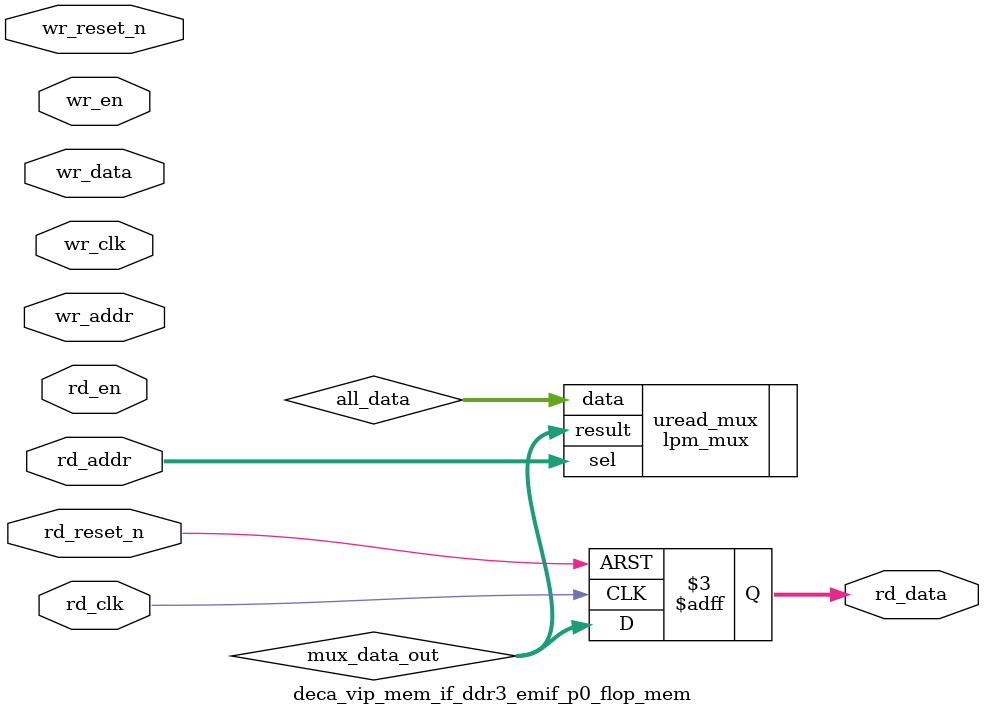
<source format=v>



`timescale 1 ps / 1 ps

(* altera_attribute = "-name ALLOW_SYNCH_CTRL_USAGE ON;-name AUTO_CLOCK_ENABLE_RECOGNITION ON" *)
module deca_vip_mem_if_ddr3_emif_p0_flop_mem(
	wr_reset_n,
	wr_clk,
	wr_en,
	wr_addr,
	wr_data,
	rd_reset_n,
	rd_clk,
	rd_en,
	rd_addr,
	rd_data
);

parameter WRITE_MEM_DEPTH	= "";
parameter WRITE_ADDR_WIDTH	= "";
parameter WRITE_DATA_WIDTH	= "";
parameter READ_MEM_DEPTH	= "";
parameter READ_ADDR_WIDTH	= "";		 
parameter READ_DATA_WIDTH	= "";


input	wr_reset_n;
input	wr_clk;
input	wr_en;
input	[WRITE_ADDR_WIDTH-1:0] wr_addr;
input	[WRITE_DATA_WIDTH-1:0] wr_data;
input	rd_reset_n;
input	rd_clk;
input	rd_en;
input	[READ_ADDR_WIDTH-1:0] rd_addr;
output	[READ_DATA_WIDTH-1:0] rd_data;



wire	[WRITE_DATA_WIDTH*WRITE_MEM_DEPTH-1:0] all_data;
wire	[READ_DATA_WIDTH-1:0] mux_data_out;



// declare a memory with WRITE_MEM_DEPTH entries
// each entry contains a data size of WRITE_DATA_WIDTH
reg	[WRITE_DATA_WIDTH-1:0] data_stored [0:WRITE_MEM_DEPTH-1] /* synthesis syn_preserve = 1 */;
reg	[READ_DATA_WIDTH-1:0] rd_data;

generate
genvar entry;
	for (entry=0; entry < WRITE_MEM_DEPTH; entry=entry+1)
	begin: mem_location
		assign all_data[(WRITE_DATA_WIDTH*(entry+1)-1) : (WRITE_DATA_WIDTH*entry)] = data_stored[entry]; 
		
		always @(posedge wr_clk or negedge wr_reset_n)
		begin
			if (~wr_reset_n) begin
				data_stored[entry] <= {WRITE_DATA_WIDTH{1'b0}};
			end else begin
				if (wr_en) begin
					if (entry == wr_addr) begin
						data_stored[entry] <= wr_data;
					end
				end
			end
		end		
	end
endgenerate

// mux to select the correct output data based on read address
lpm_mux	uread_mux(
	.sel (rd_addr),
	.data (all_data),
	.result (mux_data_out)
	// synopsys translate_off
	,
	.aclr (),
	.clken (),
	.clock ()
	// synopsys translate_on
	);
 defparam uread_mux.lpm_size = READ_MEM_DEPTH;
 defparam uread_mux.lpm_type = "LPM_MUX";
 defparam uread_mux.lpm_width = READ_DATA_WIDTH;
 defparam uread_mux.lpm_widths = READ_ADDR_WIDTH;

always @(posedge rd_clk or negedge rd_reset_n)	
begin
	if (~rd_reset_n) begin
		rd_data <= {READ_DATA_WIDTH{1'b0}};
	end else begin
		rd_data <= mux_data_out;
	end
end

endmodule

</source>
